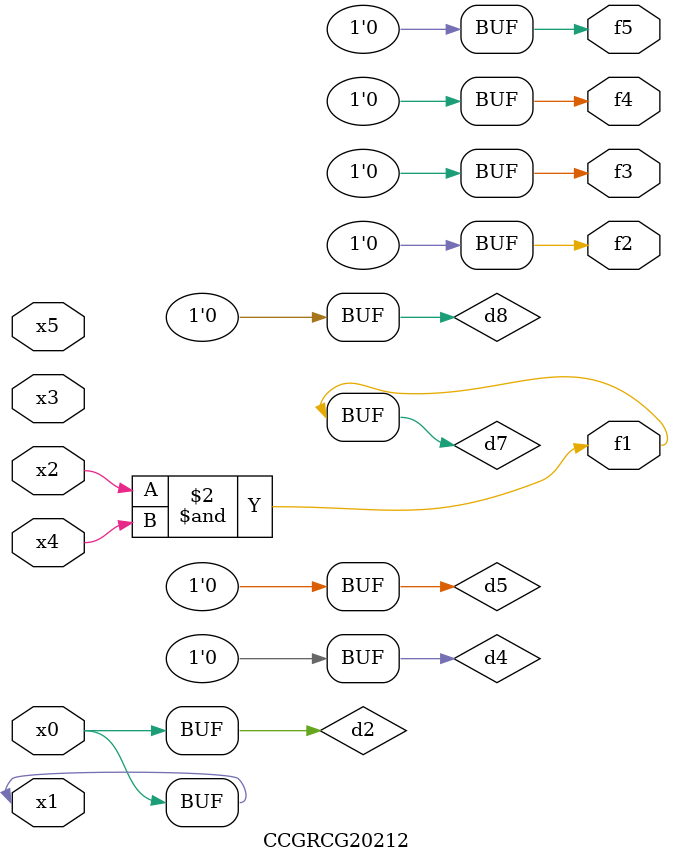
<source format=v>
module CCGRCG20212(
	input x0, x1, x2, x3, x4, x5,
	output f1, f2, f3, f4, f5
);

	wire d1, d2, d3, d4, d5, d6, d7, d8, d9;

	nand (d1, x1);
	buf (d2, x0, x1);
	nand (d3, x2, x4);
	and (d4, d1, d2);
	and (d5, d1, d2);
	nand (d6, d1, d3);
	not (d7, d3);
	xor (d8, d5);
	nor (d9, d5, d6);
	assign f1 = d7;
	assign f2 = d8;
	assign f3 = d8;
	assign f4 = d8;
	assign f5 = d8;
endmodule

</source>
